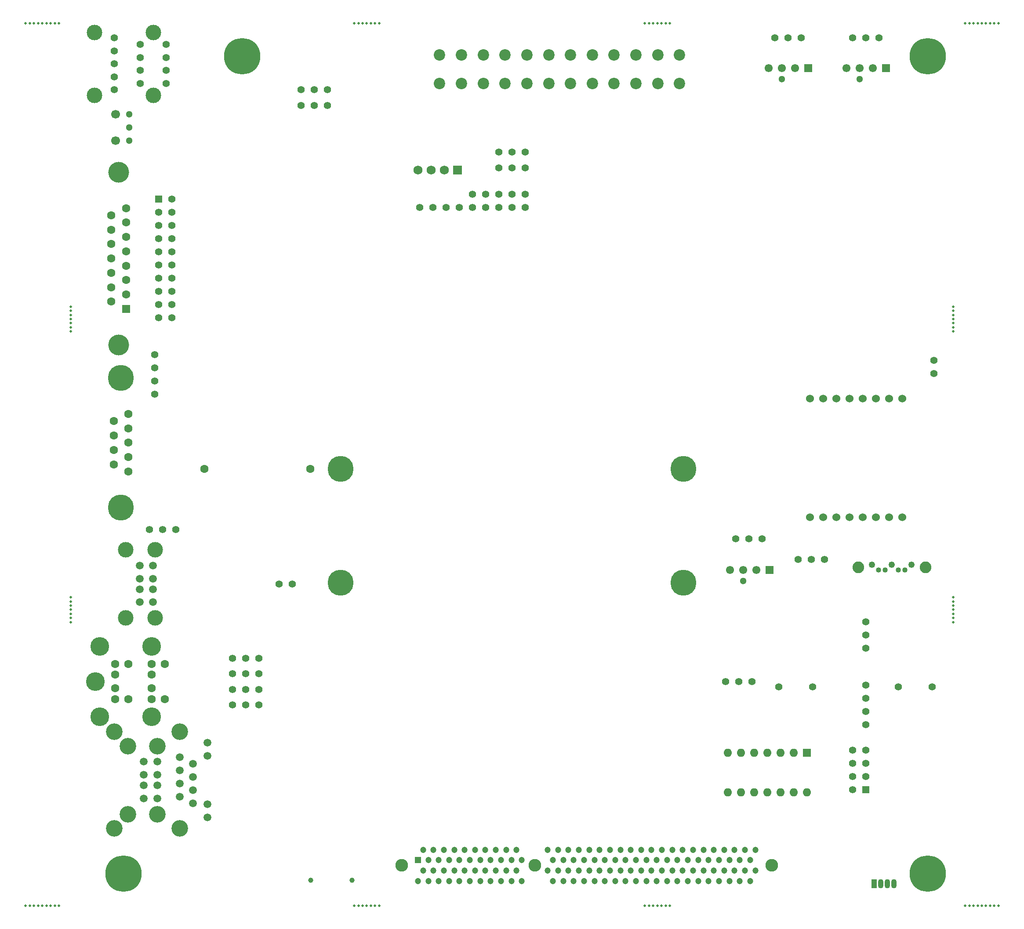
<source format=gbs>
G04 #@! TF.GenerationSoftware,KiCad,Pcbnew,8.0.6*
G04 #@! TF.CreationDate,2025-01-15T23:32:19+01:00*
G04 #@! TF.ProjectId,ITX-Llama,4954582d-4c6c-4616-9d61-2e6b69636164,F*
G04 #@! TF.SameCoordinates,Original*
G04 #@! TF.FileFunction,Soldermask,Bot*
G04 #@! TF.FilePolarity,Negative*
%FSLAX46Y46*%
G04 Gerber Fmt 4.6, Leading zero omitted, Abs format (unit mm)*
G04 Created by KiCad (PCBNEW 8.0.6) date 2025-01-15 23:32:19*
%MOMM*%
%LPD*%
G01*
G04 APERTURE LIST*
%ADD10R,1.755000X1.755000*%
%ADD11C,1.755000*%
%ADD12C,1.397000*%
%ADD13C,0.400000*%
%ADD14C,7.000000*%
%ADD15C,2.440000*%
%ADD16R,1.200000X1.200000*%
%ADD17C,1.200000*%
%ADD18C,1.300000*%
%ADD19R,1.530000X1.530000*%
%ADD20C,1.550000*%
%ADD21C,1.600000*%
%ADD22C,1.000000*%
%ADD23C,1.700000*%
%ADD24C,0.500000*%
%ADD25R,1.397000X1.397000*%
%ADD26C,3.600000*%
%ADD27C,1.524000*%
%ADD28R,1.070000X1.800000*%
%ADD29O,1.070000X1.800000*%
%ADD30C,1.500000*%
%ADD31C,3.000000*%
%ADD32C,2.250000*%
%ADD33C,1.250000*%
%ADD34C,1.016000*%
%ADD35C,1.248000*%
%ADD36C,5.000000*%
%ADD37C,3.200000*%
%ADD38R,1.600000X1.600000*%
%ADD39O,1.600000X1.600000*%
%ADD40C,1.400000*%
%ADD41C,2.200000*%
%ADD42C,4.000000*%
G04 APERTURE END LIST*
D10*
X84470000Y-38330000D03*
D11*
X81930000Y-38330000D03*
X79390000Y-38330000D03*
X76850000Y-38330000D03*
D12*
X46200000Y-141330000D03*
X43660000Y-141330000D03*
X41120000Y-141330000D03*
X59450000Y-25830000D03*
X56910000Y-25830000D03*
X54370000Y-25830000D03*
D13*
X20160000Y-176580000D03*
X18210000Y-175780000D03*
X22110000Y-175780000D03*
X17410000Y-173830000D03*
D14*
X20160000Y-173830000D03*
D13*
X22910000Y-173830000D03*
X18210000Y-171880000D03*
X22110000Y-171880000D03*
X20160000Y-171080000D03*
D12*
X163160000Y-130370000D03*
X163160000Y-127830000D03*
X163160000Y-125290000D03*
D13*
X175100000Y-176580000D03*
X173150000Y-175780000D03*
X177050000Y-175780000D03*
X172350000Y-173830000D03*
D14*
X175100000Y-173830000D03*
D13*
X177850000Y-173830000D03*
X173150000Y-171880000D03*
X177050000Y-171880000D03*
X175100000Y-171080000D03*
D15*
X73725000Y-172255200D03*
X99365000Y-172255200D03*
X145005000Y-172255200D03*
D16*
X76865000Y-171255200D03*
D17*
X77865000Y-169255200D03*
X78865000Y-171255200D03*
X79865000Y-169255200D03*
X80865000Y-171255200D03*
X81865000Y-169255200D03*
X82865000Y-171255200D03*
X83865000Y-169255200D03*
X84865000Y-171255200D03*
X85865000Y-169255200D03*
X86865000Y-171255200D03*
X87865000Y-169255200D03*
X88865000Y-171255200D03*
X89865000Y-169255200D03*
X90865000Y-171255200D03*
X91865000Y-169255200D03*
X92865000Y-171255200D03*
X93865000Y-169255200D03*
X94865000Y-171255200D03*
X95865000Y-169255200D03*
X96865000Y-171255200D03*
X101865000Y-169255200D03*
X102865000Y-171255200D03*
X103865000Y-169255200D03*
X104865000Y-171255200D03*
X105865000Y-169255200D03*
X106865000Y-171255200D03*
X107865000Y-169255200D03*
X108865000Y-171255200D03*
X109865000Y-169255200D03*
X110865000Y-171255200D03*
X111865000Y-169255200D03*
X112865000Y-171255200D03*
X113865000Y-169255200D03*
X114865000Y-171255200D03*
X115865000Y-169255200D03*
X116865000Y-171255200D03*
X117865000Y-169255200D03*
X118865000Y-171255200D03*
X119865000Y-169255200D03*
X120865000Y-171255200D03*
X121865000Y-169255200D03*
X122865000Y-171255200D03*
X123865000Y-169255200D03*
X124865000Y-171255200D03*
X125865000Y-169255200D03*
X126865000Y-171255200D03*
X127865000Y-169255200D03*
X128865000Y-171255200D03*
X129865000Y-169255200D03*
X130865000Y-171255200D03*
X131865000Y-169255200D03*
X132865000Y-171255200D03*
X133865000Y-169255200D03*
X134865000Y-171255200D03*
X135865000Y-169255200D03*
X136865000Y-171255200D03*
X137865000Y-169255200D03*
X138865000Y-171255200D03*
X139865000Y-169255200D03*
X140865000Y-171255200D03*
X141865000Y-169255200D03*
X76865000Y-175255200D03*
X77865000Y-173255200D03*
X78865000Y-175255200D03*
X79865000Y-173255200D03*
X80865000Y-175255200D03*
X81865000Y-173255200D03*
X82865000Y-175255200D03*
X83865000Y-173255200D03*
X84865000Y-175255200D03*
X85865000Y-173255200D03*
X86865000Y-175255200D03*
X87865000Y-173255200D03*
X88865000Y-175255200D03*
X89865000Y-173255200D03*
X90865000Y-175255200D03*
X91865000Y-173255200D03*
X92865000Y-175255200D03*
X93865000Y-173255200D03*
X94865000Y-175255200D03*
X95865000Y-173255200D03*
X96865000Y-175255200D03*
X101865000Y-173255200D03*
X102865000Y-175255200D03*
X103865000Y-173255200D03*
X104865000Y-175255200D03*
X105865000Y-173255200D03*
X106865000Y-175255200D03*
X107865000Y-173255200D03*
X108865000Y-175255200D03*
X109865000Y-173255200D03*
X110865000Y-175255200D03*
X111865000Y-173255200D03*
X112865000Y-175255200D03*
X113865000Y-173255200D03*
X114865000Y-175255200D03*
X115865000Y-173255200D03*
X116865000Y-175255200D03*
X117865000Y-173255200D03*
X118865000Y-175255200D03*
X119865000Y-173255200D03*
X120865000Y-175255200D03*
X121865000Y-173255200D03*
X122865000Y-175255200D03*
X123865000Y-173255200D03*
X124865000Y-175255200D03*
X125865000Y-173255200D03*
X126865000Y-175255200D03*
X127865000Y-173255200D03*
X128865000Y-175255200D03*
X129865000Y-173255200D03*
X130865000Y-175255200D03*
X131865000Y-173255200D03*
X132865000Y-175255200D03*
X133865000Y-173255200D03*
X134865000Y-175255200D03*
X135865000Y-173255200D03*
X136865000Y-175255200D03*
X137865000Y-173255200D03*
X138865000Y-175255200D03*
X139865000Y-173255200D03*
X140865000Y-175255200D03*
X141865000Y-173255200D03*
D18*
X161982000Y-20798500D03*
D19*
X167062000Y-18638500D03*
D20*
X164522000Y-18638500D03*
X161982000Y-18638500D03*
X159442000Y-18638500D03*
D12*
X160620000Y-12830000D03*
X163160000Y-12830000D03*
X165700000Y-12830000D03*
X138120000Y-109330000D03*
X140660000Y-109330000D03*
X143200000Y-109330000D03*
D21*
X56110000Y-95830000D03*
X35760000Y-95830000D03*
D22*
X56210000Y-175130000D03*
X64210000Y-175130000D03*
D18*
X21270000Y-27540000D03*
X21270000Y-30080000D03*
X21270000Y-32620000D03*
D23*
X18650000Y-27540000D03*
X18650000Y-32620000D03*
D24*
X1300000Y-10000000D03*
X1300000Y-180000000D03*
X2100000Y-10000000D03*
X2100000Y-180000000D03*
X2900000Y-10000000D03*
X2900000Y-180000000D03*
X3700000Y-10000000D03*
X3700000Y-180000000D03*
X4500000Y-10000000D03*
X4500000Y-180000000D03*
X5300000Y-10000000D03*
X5300000Y-180000000D03*
X6100000Y-10000000D03*
X6100000Y-180000000D03*
X6900000Y-10000000D03*
X6900000Y-180000000D03*
X7700000Y-10000000D03*
X7700000Y-180000000D03*
X10000000Y-64600000D03*
X10000000Y-65400000D03*
X10000000Y-66200000D03*
X10000000Y-67000000D03*
X10000000Y-67800000D03*
X10000000Y-68600000D03*
X10000000Y-69400000D03*
X10000000Y-120600000D03*
X10000000Y-121400000D03*
X10000000Y-122200000D03*
X10000000Y-123000000D03*
X10000000Y-123800000D03*
X10000000Y-124600000D03*
X10000000Y-125400000D03*
X64600000Y-10000000D03*
X64600000Y-180000000D03*
X65400000Y-10000000D03*
X65400000Y-180000000D03*
X66200000Y-10000000D03*
X66200000Y-180000000D03*
X67000000Y-10000000D03*
X67000000Y-180000000D03*
X67800000Y-10000000D03*
X67800000Y-180000000D03*
X68600000Y-10000000D03*
X68600000Y-180000000D03*
X69400000Y-10000000D03*
X69400000Y-180000000D03*
X120600000Y-10000000D03*
X120600000Y-180000000D03*
X121400000Y-10000000D03*
X121400000Y-180000000D03*
X122200000Y-10000000D03*
X122200000Y-180000000D03*
X123000000Y-10000000D03*
X123000000Y-180000000D03*
X123800000Y-10000000D03*
X123800000Y-180000000D03*
X124600000Y-10000000D03*
X124600000Y-180000000D03*
X125400000Y-10000000D03*
X125400000Y-180000000D03*
X180000000Y-64600000D03*
X180000000Y-65400000D03*
X180000000Y-66200000D03*
X180000000Y-67000000D03*
X180000000Y-67800000D03*
X180000000Y-68600000D03*
X180000000Y-69400000D03*
X180000000Y-120600000D03*
X180000000Y-121400000D03*
X180000000Y-122200000D03*
X180000000Y-123000000D03*
X180000000Y-123800000D03*
X180000000Y-124600000D03*
X180000000Y-125400000D03*
X182300000Y-10000000D03*
X182300000Y-180000000D03*
X183100000Y-10000000D03*
X183100000Y-180000000D03*
X183900000Y-10000000D03*
X183900000Y-180000000D03*
X184700000Y-10000000D03*
X184700000Y-180000000D03*
X185500000Y-10000000D03*
X185500000Y-180000000D03*
X186300000Y-10000000D03*
X186300000Y-180000000D03*
X187100000Y-10000000D03*
X187100000Y-180000000D03*
X187900000Y-10000000D03*
X187900000Y-180000000D03*
X188700000Y-10000000D03*
X188700000Y-180000000D03*
D12*
X77250000Y-45500000D03*
X79790000Y-45500000D03*
X82330000Y-45500000D03*
X84870000Y-45500000D03*
X87410000Y-45500000D03*
X89950000Y-45500000D03*
X92490000Y-45500000D03*
X95030000Y-45500000D03*
X97570000Y-45500000D03*
D25*
X163180000Y-157640000D03*
D12*
X163180000Y-155100000D03*
X163180000Y-152560000D03*
X163180000Y-150020000D03*
X160640000Y-150020000D03*
X160640000Y-152560000D03*
X160640000Y-155100000D03*
X160640000Y-157640000D03*
D21*
X18560000Y-138130000D03*
X18560000Y-135530000D03*
X18560000Y-140230000D03*
X18560000Y-133430000D03*
X21060000Y-140230000D03*
X21060000Y-133430000D03*
X25560000Y-138130000D03*
X25560000Y-135530000D03*
X25560000Y-140230000D03*
X25560000Y-133430000D03*
X28060000Y-140230000D03*
X28060000Y-133430000D03*
D26*
X15560000Y-143580000D03*
X25560000Y-143580000D03*
X14760000Y-136830000D03*
X15560000Y-130080000D03*
X25560000Y-130080000D03*
D12*
X25120000Y-107580000D03*
X27660000Y-107580000D03*
X30200000Y-107580000D03*
X92460000Y-37830000D03*
X95000000Y-37830000D03*
X97540000Y-37830000D03*
X46200000Y-135330000D03*
X43660000Y-135330000D03*
X41120000Y-135330000D03*
D27*
X152360000Y-105180000D03*
X154900000Y-105180000D03*
X157440000Y-105180000D03*
X159980000Y-105180000D03*
X162520000Y-105180000D03*
X165060000Y-105180000D03*
X167600000Y-105180000D03*
X170140000Y-105180000D03*
X170140000Y-82320000D03*
X167600000Y-82320000D03*
X165060000Y-82320000D03*
X162520000Y-82320000D03*
X159980000Y-82320000D03*
X157440000Y-82320000D03*
X154900000Y-82320000D03*
X152360000Y-82320000D03*
D12*
X150120000Y-113330000D03*
X152660000Y-113330000D03*
X155200000Y-113330000D03*
X59450000Y-22830000D03*
X56910000Y-22830000D03*
X54370000Y-22830000D03*
X176250000Y-74980000D03*
X176250000Y-77520000D03*
D13*
X43020000Y-19100000D03*
X41070000Y-18300000D03*
X44970000Y-18300000D03*
X40270000Y-16350000D03*
D14*
X43020000Y-16350000D03*
D13*
X45770000Y-16350000D03*
X41070000Y-14400000D03*
X44970000Y-14400000D03*
X43020000Y-13600000D03*
D28*
X164760000Y-175830000D03*
D29*
X166030000Y-175830000D03*
X167300000Y-175830000D03*
X168570000Y-175830000D03*
D30*
X25840000Y-114530000D03*
X25840000Y-117030000D03*
X25840000Y-119030000D03*
X25840000Y-121530000D03*
X23240000Y-114530000D03*
X23240000Y-117030000D03*
X23240000Y-119030000D03*
X23240000Y-121530000D03*
D31*
X26240000Y-111480000D03*
X20540000Y-111480000D03*
X26240000Y-124580000D03*
X20540000Y-124580000D03*
D18*
X139482000Y-117490000D03*
D19*
X144562000Y-115330000D03*
D20*
X142022000Y-115330000D03*
X139482000Y-115330000D03*
X136942000Y-115330000D03*
D32*
X174640000Y-114830000D03*
X161680000Y-114830000D03*
D33*
X164350000Y-114330000D03*
D34*
X165620000Y-115330000D03*
X166890000Y-115330000D03*
D35*
X168160000Y-114330000D03*
D34*
X169430000Y-115330000D03*
X170700000Y-115330000D03*
D35*
X171970000Y-114330000D03*
D13*
X175100000Y-19100000D03*
X173150000Y-18300000D03*
X177050000Y-18300000D03*
X172350000Y-16350000D03*
D14*
X175100000Y-16350000D03*
D13*
X177850000Y-16350000D03*
X173150000Y-14400000D03*
X177050000Y-14400000D03*
X175100000Y-13600000D03*
D21*
X21080000Y-85285000D03*
X21080000Y-88055000D03*
X21080000Y-90825000D03*
X21080000Y-93595000D03*
X21080000Y-96365000D03*
X18240000Y-86670000D03*
X18240000Y-89440000D03*
X18240000Y-92210000D03*
X18240000Y-94980000D03*
D36*
X19660000Y-103320000D03*
X19660000Y-78330000D03*
D30*
X36330000Y-148630000D03*
X36330000Y-151170000D03*
X36330000Y-160490000D03*
X36330000Y-163030000D03*
X33500000Y-160280000D03*
X30960000Y-159005000D03*
X33500000Y-157735000D03*
X30960000Y-156465000D03*
X33500000Y-155195000D03*
X30960000Y-153925000D03*
X33500000Y-152655000D03*
X30960000Y-151385000D03*
D37*
X30960000Y-146505000D03*
X18360000Y-146505000D03*
X26640000Y-149260000D03*
X20960000Y-149260000D03*
X26640000Y-162400000D03*
X20960000Y-162400000D03*
X30960000Y-165155000D03*
X18360000Y-165155000D03*
D30*
X24020000Y-152290000D03*
X24020000Y-154830000D03*
X24020000Y-156830000D03*
X24020000Y-159370000D03*
X26640000Y-152290000D03*
X26640000Y-154830000D03*
X26640000Y-156830000D03*
X26640000Y-159370000D03*
D38*
X151770000Y-150530000D03*
D39*
X149230000Y-150530000D03*
X146690000Y-150530000D03*
X144150000Y-150530000D03*
X141610000Y-150530000D03*
X139070000Y-150530000D03*
X136530000Y-150530000D03*
X136530000Y-158150000D03*
X139070000Y-158150000D03*
X141610000Y-158150000D03*
X144150000Y-158150000D03*
X146690000Y-158150000D03*
X149230000Y-158150000D03*
X151770000Y-158150000D03*
D12*
X152911200Y-137830000D03*
X146408800Y-137830000D03*
X163160000Y-145140000D03*
X163160000Y-142600000D03*
X163160000Y-140060000D03*
X163160000Y-137520000D03*
D25*
X26890000Y-43900000D03*
D12*
X29430000Y-43900000D03*
X26890000Y-46440000D03*
X29430000Y-46440000D03*
X26890000Y-48980000D03*
X29430000Y-48980000D03*
X26890000Y-51520000D03*
X29430000Y-51520000D03*
X26890000Y-54060000D03*
X29430000Y-54060000D03*
X26890000Y-56600000D03*
X29430000Y-56600000D03*
X26890000Y-59140000D03*
X29430000Y-59140000D03*
X26890000Y-61680000D03*
X29430000Y-61680000D03*
X26890000Y-64220000D03*
X29430000Y-64220000D03*
X26890000Y-66760000D03*
X29430000Y-66760000D03*
D31*
X25860000Y-11790000D03*
X14560000Y-11790000D03*
D40*
X18360000Y-17830000D03*
D31*
X25860000Y-23870000D03*
X14560000Y-23870000D03*
D40*
X18360000Y-22830000D03*
X18360000Y-20330000D03*
X18360000Y-15330000D03*
X18360000Y-12830000D03*
X23360000Y-21580000D03*
X23360000Y-19080000D03*
X23360000Y-16580000D03*
X23360000Y-14080000D03*
X28360000Y-21580000D03*
X28360000Y-19080000D03*
X28360000Y-16580000D03*
X28360000Y-14080000D03*
D41*
X81060000Y-16080000D03*
X85260000Y-16080000D03*
X89460000Y-16080000D03*
X93660000Y-16080000D03*
X97860000Y-16080000D03*
X102060000Y-16080000D03*
X106260000Y-16080000D03*
X110460000Y-16080000D03*
X114660000Y-16080000D03*
X118860000Y-16080000D03*
X123060000Y-16080000D03*
X127260000Y-16080000D03*
X81060000Y-21580000D03*
X85260000Y-21580000D03*
X89460000Y-21580000D03*
X93660000Y-21580000D03*
X97860000Y-21580000D03*
X102060000Y-21580000D03*
X106260000Y-21580000D03*
X110460000Y-21580000D03*
X114660000Y-21580000D03*
X118860000Y-21580000D03*
X123060000Y-21580000D03*
X127260000Y-21580000D03*
D12*
X46200000Y-132330000D03*
X43660000Y-132330000D03*
X41120000Y-132330000D03*
X92460000Y-34830000D03*
X95000000Y-34830000D03*
X97540000Y-34830000D03*
X46200000Y-138330000D03*
X43660000Y-138330000D03*
X41120000Y-138330000D03*
X136120000Y-136830000D03*
X138660000Y-136830000D03*
X141200000Y-136830000D03*
X87410000Y-42960000D03*
X89950000Y-42960000D03*
X92490000Y-42960000D03*
X95030000Y-42960000D03*
X97570000Y-42960000D03*
X52680000Y-118080000D03*
X50140000Y-118080000D03*
D18*
X146982000Y-20798500D03*
D19*
X152062000Y-18638500D03*
D20*
X149522000Y-18638500D03*
X146982000Y-18638500D03*
X144442000Y-18638500D03*
D12*
X26160000Y-81450000D03*
X26160000Y-78910000D03*
X26160000Y-76370000D03*
X26160000Y-73830000D03*
D36*
X61985000Y-117830000D03*
X127985000Y-117830000D03*
X61985000Y-95830000D03*
X127985000Y-95830000D03*
D12*
X175911200Y-137830000D03*
X169408800Y-137830000D03*
X145620000Y-12830000D03*
X148160000Y-12830000D03*
X150700000Y-12830000D03*
D38*
X20610000Y-65025000D03*
D21*
X20610000Y-62255000D03*
X20610000Y-59485000D03*
X20610000Y-56715000D03*
X20610000Y-53945000D03*
X20610000Y-51175000D03*
X20610000Y-48405000D03*
X20610000Y-45635000D03*
X17770000Y-63640000D03*
X17770000Y-60870000D03*
X17770000Y-58100000D03*
X17770000Y-55330000D03*
X17770000Y-52560000D03*
X17770000Y-49790000D03*
X17770000Y-47020000D03*
D42*
X19190000Y-38680000D03*
X19190000Y-71980000D03*
M02*

</source>
